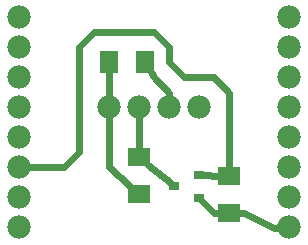
<source format=gtl>
G04 MADE WITH FRITZING*
G04 WWW.FRITZING.ORG*
G04 DOUBLE SIDED*
G04 HOLES PLATED*
G04 CONTOUR ON CENTER OF CONTOUR VECTOR*
%ASAXBY*%
%FSLAX23Y23*%
%MOIN*%
%OFA0B0*%
%SFA1.0B1.0*%
%ADD10C,0.078000*%
%ADD11R,0.074803X0.062992*%
%ADD12R,0.035433X0.031496*%
%ADD13R,0.062992X0.074803*%
%ADD14C,0.024000*%
%LNCOPPER1*%
G90*
G70*
G54D10*
X68Y773D03*
X68Y673D03*
X68Y573D03*
X68Y473D03*
X68Y373D03*
X68Y273D03*
X68Y173D03*
X68Y73D03*
X968Y773D03*
X968Y673D03*
X968Y573D03*
X968Y473D03*
X968Y373D03*
X968Y273D03*
X968Y173D03*
X968Y73D03*
X368Y473D03*
X468Y473D03*
X568Y473D03*
X668Y473D03*
G54D11*
X767Y122D03*
X767Y244D03*
G54D12*
X667Y172D03*
X667Y247D03*
X585Y210D03*
G54D11*
X468Y308D03*
X468Y186D03*
G54D13*
X367Y623D03*
X489Y623D03*
G54D14*
X368Y503D02*
X367Y591D01*
D02*
X498Y282D02*
X573Y220D01*
D02*
X218Y273D02*
X267Y323D01*
D02*
X317Y723D02*
X518Y723D01*
D02*
X568Y673D02*
X568Y623D01*
D02*
X767Y522D02*
X767Y270D01*
D02*
X717Y573D02*
X767Y522D01*
D02*
X568Y623D02*
X617Y573D01*
D02*
X818Y122D02*
X918Y72D01*
D02*
X918Y72D02*
X938Y73D01*
D02*
X717Y122D02*
X736Y122D01*
D02*
X518Y723D02*
X568Y673D01*
D02*
X267Y673D02*
X317Y723D01*
D02*
X617Y573D02*
X717Y573D01*
D02*
X267Y323D02*
X267Y673D01*
D02*
X98Y273D02*
X218Y273D01*
D02*
X736Y245D02*
X680Y247D01*
D02*
X678Y162D02*
X717Y122D01*
D02*
X799Y122D02*
X818Y122D01*
D02*
X367Y273D02*
X437Y212D01*
D02*
X368Y443D02*
X367Y273D01*
D02*
X468Y334D02*
X468Y443D01*
D02*
X568Y522D02*
X568Y503D01*
D02*
X518Y573D02*
X568Y522D01*
D02*
X507Y591D02*
X518Y573D01*
G04 End of Copper1*
M02*
</source>
